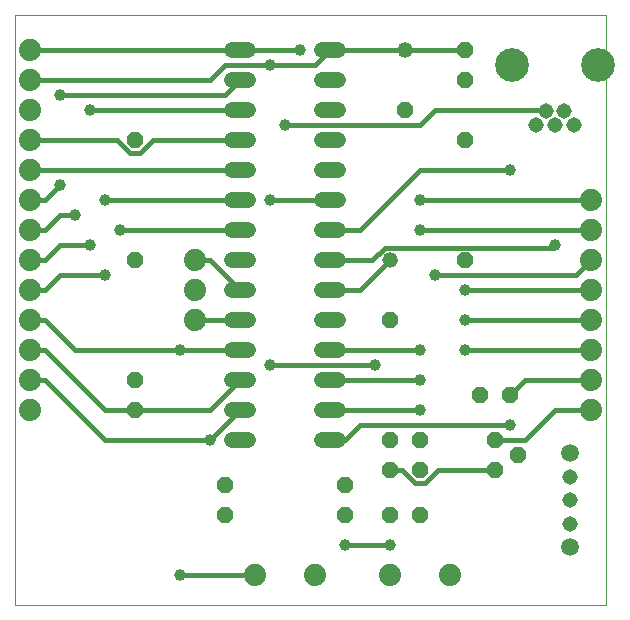
<source format=gtl>
G75*
%MOIN*%
%OFA0B0*%
%FSLAX25Y25*%
%IPPOS*%
%LPD*%
%AMOC8*
5,1,8,0,0,1.08239X$1,22.5*
%
%ADD10C,0.00000*%
%ADD11OC8,0.05200*%
%ADD12C,0.05200*%
%ADD13C,0.05150*%
%ADD14C,0.11220*%
%ADD15C,0.05200*%
%ADD16C,0.05937*%
%ADD17C,0.07400*%
%ADD18C,0.03962*%
%ADD19C,0.01600*%
D10*
X0001800Y0001800D02*
X0001800Y0198650D01*
X0198650Y0198650D01*
X0198650Y0001800D01*
X0001800Y0001800D01*
D11*
X0041800Y0066800D03*
X0041800Y0076800D03*
X0071800Y0041800D03*
X0071800Y0031800D03*
X0111800Y0031800D03*
X0111800Y0041800D03*
X0126800Y0046800D03*
X0136800Y0046800D03*
X0136800Y0056800D03*
X0126800Y0056800D03*
X0126800Y0031800D03*
X0136800Y0031800D03*
X0161800Y0046800D03*
X0169300Y0051800D03*
X0161800Y0056800D03*
X0156800Y0071800D03*
X0166800Y0071800D03*
X0126800Y0096800D03*
X0151800Y0116800D03*
X0151800Y0156800D03*
X0151800Y0176800D03*
X0151800Y0186800D03*
X0131800Y0166800D03*
X0041800Y0156800D03*
X0041800Y0116800D03*
D12*
X0126800Y0116800D03*
X0131800Y0186800D03*
D13*
X0175501Y0161721D03*
X0178650Y0166446D03*
X0181800Y0161721D03*
X0184950Y0166446D03*
X0188099Y0161721D03*
X0186800Y0044674D03*
X0186800Y0036800D03*
X0186800Y0028926D03*
D14*
X0196170Y0181800D03*
X0167430Y0181800D03*
D15*
X0109400Y0176800D02*
X0104200Y0176800D01*
X0104200Y0166800D02*
X0109400Y0166800D01*
X0109400Y0156800D02*
X0104200Y0156800D01*
X0104200Y0146800D02*
X0109400Y0146800D01*
X0109400Y0136800D02*
X0104200Y0136800D01*
X0104200Y0126800D02*
X0109400Y0126800D01*
X0109400Y0116800D02*
X0104200Y0116800D01*
X0104200Y0106800D02*
X0109400Y0106800D01*
X0109400Y0096800D02*
X0104200Y0096800D01*
X0104200Y0086800D02*
X0109400Y0086800D01*
X0109400Y0076800D02*
X0104200Y0076800D01*
X0104200Y0066800D02*
X0109400Y0066800D01*
X0109400Y0056800D02*
X0104200Y0056800D01*
X0079400Y0056800D02*
X0074200Y0056800D01*
X0074200Y0066800D02*
X0079400Y0066800D01*
X0079400Y0076800D02*
X0074200Y0076800D01*
X0074200Y0086800D02*
X0079400Y0086800D01*
X0079400Y0096800D02*
X0074200Y0096800D01*
X0074200Y0106800D02*
X0079400Y0106800D01*
X0079400Y0116800D02*
X0074200Y0116800D01*
X0074200Y0126800D02*
X0079400Y0126800D01*
X0079400Y0136800D02*
X0074200Y0136800D01*
X0074200Y0146800D02*
X0079400Y0146800D01*
X0079400Y0156800D02*
X0074200Y0156800D01*
X0074200Y0166800D02*
X0079400Y0166800D01*
X0079400Y0176800D02*
X0074200Y0176800D01*
X0074200Y0186800D02*
X0079400Y0186800D01*
X0104200Y0186800D02*
X0109400Y0186800D01*
D16*
X0186800Y0052548D03*
X0186800Y0021052D03*
D17*
X0146800Y0011800D03*
X0126800Y0011800D03*
X0101800Y0011800D03*
X0081800Y0011800D03*
X0006800Y0066800D03*
X0006800Y0076800D03*
X0006800Y0086800D03*
X0006800Y0096800D03*
X0006800Y0106800D03*
X0006800Y0116800D03*
X0006800Y0126800D03*
X0006800Y0136800D03*
X0006800Y0146800D03*
X0006800Y0156800D03*
X0006800Y0166800D03*
X0006800Y0176800D03*
X0006800Y0186800D03*
X0061800Y0116800D03*
X0061800Y0106800D03*
X0061800Y0096800D03*
X0193800Y0096800D03*
X0193800Y0086800D03*
X0193800Y0076800D03*
X0193800Y0066800D03*
X0193800Y0106800D03*
X0193800Y0116800D03*
X0193800Y0126800D03*
X0193800Y0136800D03*
D18*
X0181800Y0121800D03*
X0166800Y0146800D03*
X0136800Y0136800D03*
X0136800Y0126800D03*
X0141800Y0111800D03*
X0151800Y0106800D03*
X0151800Y0096800D03*
X0151800Y0086800D03*
X0136800Y0086800D03*
X0136800Y0076800D03*
X0136800Y0066800D03*
X0121800Y0081800D03*
X0086800Y0081800D03*
X0066800Y0056800D03*
X0056800Y0086800D03*
X0031800Y0111800D03*
X0026800Y0121800D03*
X0021800Y0131800D03*
X0016800Y0141800D03*
X0031800Y0136800D03*
X0036800Y0126800D03*
X0026800Y0166800D03*
X0016800Y0171800D03*
X0086800Y0181800D03*
X0096800Y0186800D03*
X0091800Y0161800D03*
X0086800Y0136800D03*
X0166800Y0061800D03*
X0126800Y0021800D03*
X0111800Y0021800D03*
X0056800Y0011800D03*
D19*
X0081800Y0011800D01*
X0111800Y0021800D02*
X0126800Y0021800D01*
X0135060Y0042600D02*
X0130860Y0046800D01*
X0126800Y0046800D01*
X0135060Y0042600D02*
X0138540Y0042600D01*
X0142740Y0046800D01*
X0161800Y0046800D01*
X0161800Y0056800D02*
X0171800Y0056800D01*
X0181800Y0066800D01*
X0193800Y0066800D01*
X0193800Y0076800D02*
X0171800Y0076800D01*
X0166800Y0071800D01*
X0166800Y0061800D02*
X0116800Y0061800D01*
X0111800Y0056800D01*
X0106800Y0056800D01*
X0106800Y0066800D02*
X0136800Y0066800D01*
X0136800Y0076800D02*
X0106800Y0076800D01*
X0106800Y0086800D02*
X0136800Y0086800D01*
X0121800Y0081800D02*
X0086800Y0081800D01*
X0076800Y0076800D02*
X0066800Y0066800D01*
X0041800Y0066800D01*
X0031800Y0066800D01*
X0011800Y0086800D01*
X0006800Y0086800D01*
X0006800Y0076800D02*
X0011800Y0076800D01*
X0031800Y0056800D01*
X0066800Y0056800D01*
X0076800Y0066800D01*
X0076800Y0086800D02*
X0056800Y0086800D01*
X0021800Y0086800D01*
X0011800Y0096800D01*
X0006800Y0096800D01*
X0006800Y0106800D02*
X0011800Y0106800D01*
X0016800Y0111800D01*
X0031800Y0111800D01*
X0026800Y0121800D02*
X0016800Y0121800D01*
X0011800Y0116800D01*
X0006800Y0116800D01*
X0006800Y0126800D02*
X0011800Y0126800D01*
X0016800Y0131800D01*
X0021800Y0131800D01*
X0011800Y0136800D02*
X0016800Y0141800D01*
X0011800Y0136800D02*
X0006800Y0136800D01*
X0006800Y0146800D02*
X0076800Y0146800D01*
X0076800Y0136800D02*
X0031800Y0136800D01*
X0036800Y0126800D02*
X0076800Y0126800D01*
X0066800Y0116800D02*
X0076800Y0106800D01*
X0076800Y0096800D02*
X0061800Y0096800D01*
X0061800Y0116800D02*
X0066800Y0116800D01*
X0086800Y0136800D02*
X0106800Y0136800D01*
X0106800Y0126800D02*
X0116800Y0126800D01*
X0136800Y0146800D01*
X0166800Y0146800D01*
X0178650Y0166446D02*
X0178296Y0166800D01*
X0141800Y0166800D01*
X0136800Y0161800D01*
X0091800Y0161800D01*
X0092600Y0162600D01*
X0076800Y0166800D02*
X0026800Y0166800D01*
X0016800Y0171800D02*
X0071800Y0171800D01*
X0076800Y0176800D01*
X0071800Y0181800D02*
X0086800Y0181800D01*
X0101800Y0181800D01*
X0106800Y0186800D01*
X0131800Y0186800D01*
X0151800Y0186800D01*
X0136800Y0136800D02*
X0193800Y0136800D01*
X0193800Y0126800D02*
X0136800Y0126800D01*
X0125060Y0121000D02*
X0181000Y0121000D01*
X0181800Y0121800D01*
X0188800Y0111800D02*
X0193800Y0116800D01*
X0188800Y0111800D02*
X0141800Y0111800D01*
X0151800Y0106800D02*
X0193800Y0106800D01*
X0193800Y0096800D02*
X0151800Y0096800D01*
X0151800Y0086800D02*
X0193800Y0086800D01*
X0126800Y0116800D02*
X0116800Y0106800D01*
X0106800Y0106800D01*
X0106800Y0116800D02*
X0120860Y0116800D01*
X0125060Y0121000D01*
X0076800Y0156800D02*
X0047740Y0156800D01*
X0043540Y0152600D01*
X0040060Y0152600D01*
X0035860Y0156800D01*
X0006800Y0156800D01*
X0006800Y0176800D02*
X0066800Y0176800D01*
X0071800Y0181800D01*
X0076800Y0186800D02*
X0096800Y0186800D01*
X0076800Y0186800D02*
X0006800Y0186800D01*
M02*

</source>
